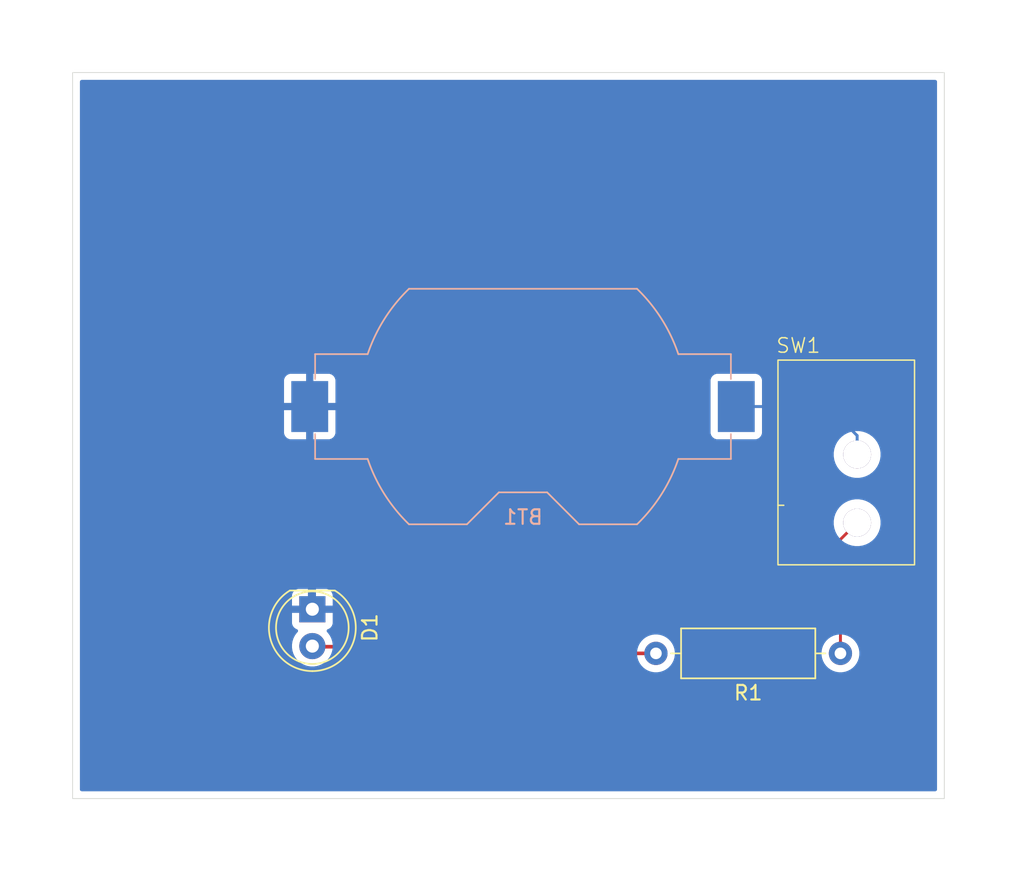
<source format=kicad_pcb>
(kicad_pcb (version 20241229) (generator "pcbnew") (generator_version "9.0")
  (title_block (title "Getting Started in KiCad") (date "2024-01-12") (rev "0"))
  (layers (0 "F.Cu" signal) (2 "B.Cu" signal) (13 "F.Paste" user) (15 "B.Paste" user) (5 "F.SilkS" user "F.Silkscreen") (7 "B.SilkS" user "B.Silkscreen") (1 "F.Mask" user) (3 "B.Mask" user) (25 "Edge.Cuts" user))
  (net 0 "")
  (net 1 "VCC")
  (net 2 "GND")
  (net 3 "/led")
  (net 4 "Net-(BT1-+)")
  (footprint "Resistor_THT:R_Axial_DIN0309_L9.0mm_D3.2mm_P12.70mm_Horizontal" (layer "F.Cu") (at 152.85 120 180)
    (property "Reference" "R1" (at 6.35 -2.72 0) (layer "F.SilkS"))
    (property "Value" "1k")
    (fp_line (start 11.66 0) (end 10.97 0) (stroke (width 0.12)) (layer "F.SilkS"))
    (fp_line (start 10.97 1.72) (end 10.97 -1.72) (stroke (width 0.12)) (layer "F.SilkS"))
    (fp_line (start 10.97 -1.72) (end 1.73 -1.72) (stroke (width 0.12)) (layer "F.SilkS"))
    (fp_line (start 1.73 1.72) (end 10.97 1.72) (stroke (width 0.12)) (layer "F.SilkS"))
    (fp_line (start 1.73 -1.72) (end 1.73 1.72) (stroke (width 0.12)) (layer "F.SilkS"))
    (fp_line (start 1.04 0) (end 1.73 0) (stroke (width 0.12)) (layer "F.SilkS"))
    (pad "1" thru_hole circle (at 0 0 180) (size 1.6 1.6) (drill 0.8) (layers "*.Cu" "*.Mask") (net 1 "VCC"))
    (pad "2" thru_hole oval (at 12.7 0 180) (size 1.6 1.6) (drill 0.8) (layers "*.Cu" "*.Mask") (net 3 "/led"))
  )
  (footprint "LED_THT:LED_D5.0mm" (layer "F.Cu") (at 116.5 116.96 -90)
    (property "Reference" "D1" (at 1.27 -3.96 90) (layer "F.SilkS"))
    (property "Value" "red")
    (fp_line (start -1.29 -1.545) (end -1.29 1.545) (stroke (width 0.12)) (layer "F.SilkS"))
    (fp_arc (start 4.26 0.000048) (mid 2.071756 2.880501) (end -1.29 1.54483) (stroke (width 0.12)) (layer "F.SilkS"))
    (fp_arc (start -1.29 -1.54483) (mid 2.071756 -2.880501) (end 4.26 -0.000048) (stroke (width 0.12)) (layer "F.SilkS"))
    (fp_circle (center 1.27 0) (end 3.77 0) (stroke (width 0.12)) (fill no) (layer "F.SilkS"))
    (pad "1" thru_hole rect (at 0 0 270) (size 1.8 1.8) (drill 0.9) (layers "*.Cu" "*.Mask") (net 4 "Net-(BT1-+)"))
    (pad "2" thru_hole circle (at 2.54 0 270) (size 1.8 1.8) (drill 0.9) (layers "*.Cu" "*.Mask") (net 3 "/led"))
  )
  (footprint "getting-started:getting-started.pretty" (layer "F.Cu") (at 154 101.6)
    (property "Reference" "SW1" (at -4.05 -2.8 0) (layer "F.SilkS") (effects (font (thickness 0.1))))
    (property "Value" "M2011S3A1W03")
    (fp_rect (start -5.45 -1.8) (end 3.95 12.3) (stroke (width 0.1)) (fill no) (layer "F.SilkS"))
    (fp_rect (start -5.45 8.2) (end -5.05 8.2) (stroke (width 0.1)) (fill no) (layer "F.SilkS"))
    (pad "2" thru_hole circle (at 0 4.7) (size 1.92 1.92) (drill 2.22) (layers "*.Cu" "*.Mask") (net 4 "Net-(BT1-+)"))
    (pad "3" thru_hole circle (at 0 9.4) (size 1.92 1.92) (drill 2.22) (layers "*.Cu" "*.Mask") (net 1 "VCC"))
  )
  (footprint "Battery:BatteryHolder_Keystone_1058_1x2032" (layer "B.Cu") (at 131 103 180)
    (property "Reference" "BT1" (at 0 -7.62 0) (layer "B.SilkS") (effects (justify mirror)))
    (property "Value" "3V")
    (fp_line (start 14.31 1.9) (end 14.31 3.61) (stroke (width 0.12)) (layer "B.SilkS"))
    (fp_line (start 14.31 -1.9) (end 14.31 -3.61) (stroke (width 0.12)) (layer "B.SilkS"))
    (fp_line (start 14.31 -3.61) (end 10.692 -3.61) (stroke (width 0.12)) (layer "B.SilkS"))
    (fp_line (start 10.692 3.61) (end 14.31 3.61) (stroke (width 0.12)) (layer "B.SilkS"))
    (fp_line (start 7.8473 -8.11) (end 3.86 -8.11) (stroke (width 0.12)) (layer "B.SilkS"))
    (fp_line (start 1.66 -5.91) (end 3.86 -8.11) (stroke (width 0.12)) (layer "B.SilkS"))
    (fp_line (start 1.66 -5.91) (end -1.66 -5.91) (stroke (width 0.12)) (layer "B.SilkS"))
    (fp_line (start -1.66 -5.91) (end -3.86 -8.11) (stroke (width 0.12)) (layer "B.SilkS"))
    (fp_line (start -3.86 -8.11) (end -7.8473 -8.11) (stroke (width 0.12)) (layer "B.SilkS"))
    (fp_line (start -7.8473 8.11) (end 7.8473 8.11) (stroke (width 0.12)) (layer "B.SilkS"))
    (fp_line (start -10.692 -3.61) (end -14.31 -3.61) (stroke (width 0.12)) (layer "B.SilkS"))
    (fp_line (start -14.31 3.61) (end -10.692 3.61) (stroke (width 0.12)) (layer "B.SilkS"))
    (fp_line (start -14.31 1.9) (end -14.31 3.61) (stroke (width 0.12)) (layer "B.SilkS"))
    (fp_line (start -14.31 -1.9) (end -14.31 -3.61) (stroke (width 0.12)) (layer "B.SilkS"))
    (fp_arc (start 10.692 3.61) (mid 9.538084 6.031244) (end 7.845371 8.111789) (stroke (width 0.12)) (layer "B.SilkS"))
    (fp_arc (start 7.845371 -8.111789) (mid 9.538084 -6.031244) (end 10.692 -3.61) (stroke (width 0.12)) (layer "B.SilkS"))
    (fp_arc (start -7.845371 8.111789) (mid -9.538084 6.031244) (end -10.692 3.61) (stroke (width 0.12)) (layer "B.SilkS"))
    (fp_arc (start -10.692 -3.61) (mid -9.538085 -6.031245) (end -7.845371 -8.111789) (stroke (width 0.12)) (layer "B.SilkS"))
    (pad "1" smd rect (at -14.68 0 180) (size 2.54 3.51) (layers "B.Cu" "B.Mask" "B.Paste") (net 4 "Net-(BT1-+)"))
    (pad "2" smd rect (at 14.68 0 180) (size 2.54 3.51) (layers "B.Cu" "B.Mask" "B.Paste") (net 4 "Net-(BT1-+)"))
  )
  (gr_rect (start 100 80) (end 160 130) (stroke (width 0.05)) (fill no) (layer "Edge.Cuts"))
  (segment (start 152.85 112.15) (end 152.85 120) (width 0.2) (layer "F.Cu") (net 1))
  (segment (start 154 111) (end 152.85 112.15) (width 0.2) (layer "F.Cu") (net 1))
  (segment (start 132.95 120) (end 140.15 120) (width 0.25) (layer "F.Cu") (net 3))
  (segment (start 139.69 119.54) (end 140.15 120) (width 0.25) (layer "F.Cu") (net 3))
  (segment (start 116.46 119.54) (end 132.49 119.54) (width 0.25) (layer "F.Cu") (net 3))
  (segment (start 132.49 119.54) (end 132.95 120) (width 0.25) (layer "F.Cu") (net 3))
  (segment (start 152 103) (end 154 105) (width 0.2) (layers "B.Cu" "B.Mask") (net 4))
  (segment (start 154 105) (end 154 106.3) (width 0.2) (layer "B.Cu") (net 4))
  (segment (start 116.32 103) (end 116.32 116.86) (width 0.25) (layer "B.Cu") (net 4))
  (segment (start 116.36 116.82) (end 116.5 116.96) (width 0.25) (layer "B.Cu") (net 4))
  (segment (start 145.68 103) (end 152 103) (width 0.2) (layers "B.Cu" "B.Mask") (net 4))
  (zone (net 2) (net_name "GND") (layer "B.Cu") (connect_pads (clearance 0.5)) (min_thickness 0.25) (fill yes (thermal_gap 0.5) (thermal_bridge_width 0.5))
    (polygon (pts (xy 95.5 75) (xy 165 75) (xy 165.5 135) (xy 95 135)))
  )
)
</source>
